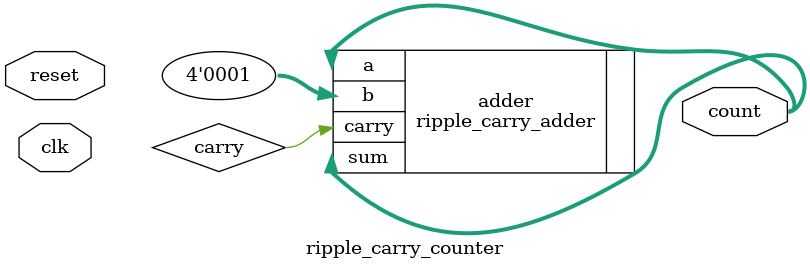
<source format=v>
`timescale 1ns / 1ps

module ripple_carry_counter (
    input wire clk,
    input wire reset,
    output wire [3:0] count
);

    wire carry;
    ripple_carry_adder adder(
        .a(count), 
        .b(4'b0001), 
        .sum(count), 
        .carry(carry)
    );

endmodule

</source>
